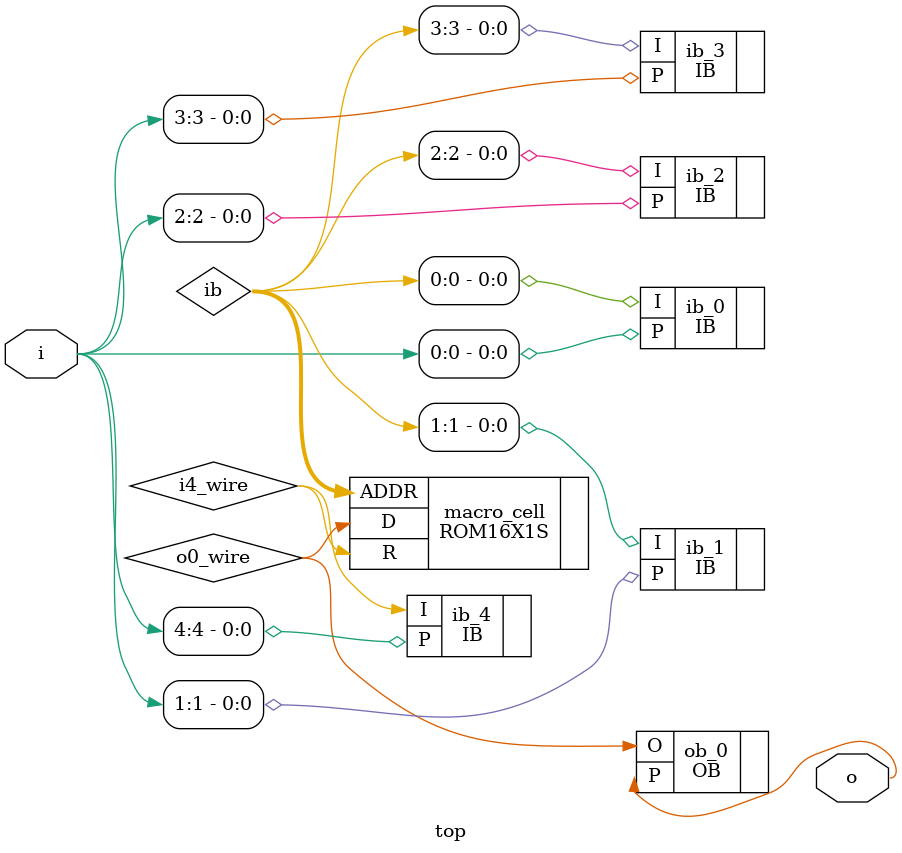
<source format=v>

module top(input [4:0] i, output o);

wire [3:0] ib;
wire i4_wire;
wire o0_wire;
wire ff_wire;

IB ib_0(.I(ib[0]), .P(i[0]));
IB ib_1(.I(ib[1]), .P(i[1]));
IB ib_2(.I(ib[2]), .P(i[2]));
IB ib_3(.I(ib[3]), .P(i[3]));
IB ib_4(.I(i4_wire), .P(i[4]));

ROM16X1S #(
    .INIT  (16'habcd),
) macro_cell (
    .ADDR  (ib),
    .R     (i4_wire),
    .D     (o0_wire)
);

OB ob_0(.O(o0_wire), .P(o));

//DFFR ff_0(.D(ff_wire), .C(i0_wire), .R(i0_wire), .Q(o2_wire));

endmodule

</source>
